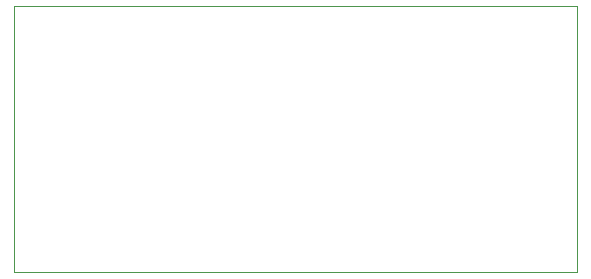
<source format=gm1>
G04 #@! TF.GenerationSoftware,KiCad,Pcbnew,9.0.1*
G04 #@! TF.CreationDate,2025-08-22T15:47:16+05:00*
G04 #@! TF.ProjectId,dc_boost_converter,64635f62-6f6f-4737-945f-636f6e766572,rev?*
G04 #@! TF.SameCoordinates,Original*
G04 #@! TF.FileFunction,Profile,NP*
%FSLAX46Y46*%
G04 Gerber Fmt 4.6, Leading zero omitted, Abs format (unit mm)*
G04 Created by KiCad (PCBNEW 9.0.1) date 2025-08-22 15:47:16*
%MOMM*%
%LPD*%
G01*
G04 APERTURE LIST*
G04 #@! TA.AperFunction,Profile*
%ADD10C,0.050000*%
G04 #@! TD*
G04 APERTURE END LIST*
D10*
X135300000Y-73400000D02*
X182900000Y-73400000D01*
X182900000Y-95900000D01*
X135300000Y-95900000D01*
X135300000Y-73400000D01*
M02*

</source>
